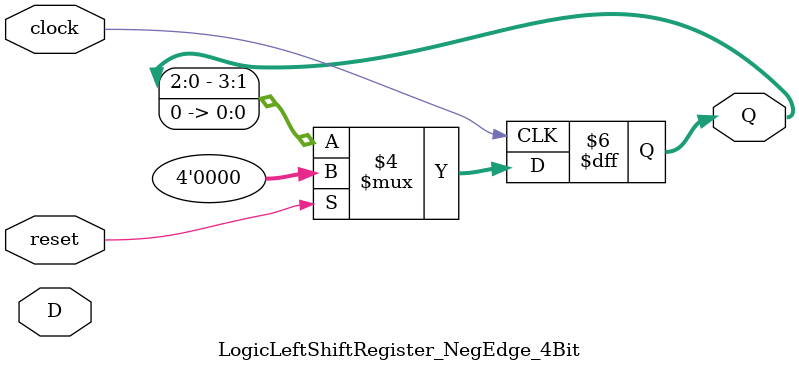
<source format=v>
module LogicLeftShiftRegister_NegEdge_4Bit (clock, reset, D, Q);
    input clock;
    input reset;
    input [3:0] D;
    output reg [3:0] Q;

    always @(negedge clock)
    begin
        if (reset)
            Q = 4'b0000;
        else
            Q = Q << 1 ;        
    end
endmodule

</source>
